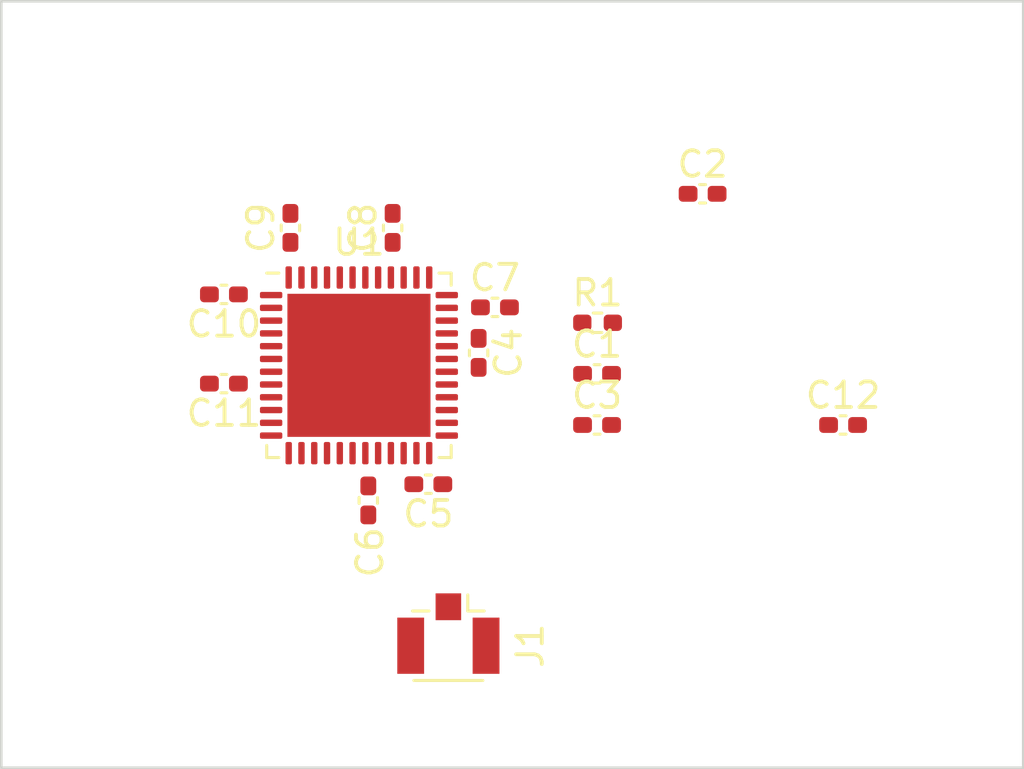
<source format=kicad_pcb>
(kicad_pcb (version 20171130) (host pcbnew "(5.1.12-1-10_14)")

  (general
    (thickness 1.6)
    (drawings 4)
    (tracks 0)
    (zones 0)
    (modules 15)
    (nets 42)
  )

  (page A4)
  (layers
    (0 F.Cu signal)
    (31 B.Cu signal)
    (32 B.Adhes user)
    (33 F.Adhes user)
    (34 B.Paste user)
    (35 F.Paste user)
    (36 B.SilkS user)
    (37 F.SilkS user)
    (38 B.Mask user)
    (39 F.Mask user)
    (40 Dwgs.User user)
    (41 Cmts.User user)
    (42 Eco1.User user)
    (43 Eco2.User user)
    (44 Edge.Cuts user)
    (45 Margin user)
    (46 B.CrtYd user)
    (47 F.CrtYd user)
    (48 B.Fab user)
    (49 F.Fab user hide)
  )

  (setup
    (last_trace_width 0.25)
    (trace_clearance 0.2)
    (zone_clearance 0.508)
    (zone_45_only no)
    (trace_min 0.2)
    (via_size 0.8)
    (via_drill 0.4)
    (via_min_size 0.4)
    (via_min_drill 0.3)
    (uvia_size 0.3)
    (uvia_drill 0.1)
    (uvias_allowed no)
    (uvia_min_size 0.2)
    (uvia_min_drill 0.1)
    (edge_width 0.05)
    (segment_width 0.2)
    (pcb_text_width 0.3)
    (pcb_text_size 1.5 1.5)
    (mod_edge_width 0.12)
    (mod_text_size 1 1)
    (mod_text_width 0.15)
    (pad_size 1.524 1.524)
    (pad_drill 0.762)
    (pad_to_mask_clearance 0)
    (aux_axis_origin 0 0)
    (visible_elements FFFFFF7F)
    (pcbplotparams
      (layerselection 0x010fc_ffffffff)
      (usegerberextensions false)
      (usegerberattributes true)
      (usegerberadvancedattributes true)
      (creategerberjobfile true)
      (excludeedgelayer true)
      (linewidth 0.100000)
      (plotframeref false)
      (viasonmask false)
      (mode 1)
      (useauxorigin false)
      (hpglpennumber 1)
      (hpglpenspeed 20)
      (hpglpendiameter 15.000000)
      (psnegative false)
      (psa4output false)
      (plotreference true)
      (plotvalue true)
      (plotinvisibletext false)
      (padsonsilk false)
      (subtractmaskfromsilk false)
      (outputformat 1)
      (mirror false)
      (drillshape 1)
      (scaleselection 1)
      (outputdirectory ""))
  )

  (net 0 "")
  (net 1 "Net-(C4-Pad2)")
  (net 2 GND)
  (net 3 VDD)
  (net 4 "Net-(U1-Pad47)")
  (net 5 "Net-(U1-Pad46)")
  (net 6 "Net-(U1-Pad45)")
  (net 7 "Net-(U1-Pad44)")
  (net 8 "Net-(U1-Pad43)")
  (net 9 "Net-(U1-Pad42)")
  (net 10 "Net-(U1-Pad41)")
  (net 11 "Net-(U1-Pad39)")
  (net 12 "Net-(U1-Pad38)")
  (net 13 "Net-(U1-Pad37)")
  (net 14 "Net-(U1-Pad36)")
  (net 15 "Net-(L1-Pad1)")
  (net 16 "Net-(U1-Pad30)")
  (net 17 "Net-(U1-Pad29)")
  (net 18 "Net-(U1-Pad28)")
  (net 19 "Net-(U1-Pad27)")
  (net 20 "Net-(U1-Pad26)")
  (net 21 "Net-(C1-Pad2)")
  (net 22 "Net-(C2-Pad2)")
  (net 23 "Net-(U1-Pad21)")
  (net 24 "Net-(U1-Pad19)")
  (net 25 "Net-(U1-Pad18)")
  (net 26 "Net-(U1-Pad17)")
  (net 27 "Net-(U1-Pad16)")
  (net 28 "Net-(U1-Pad15)")
  (net 29 "Net-(U1-Pad14)")
  (net 30 "Net-(U1-Pad13)")
  (net 31 "Net-(U1-Pad12)")
  (net 32 "Net-(U1-Pad11)")
  (net 33 "Net-(U1-Pad10)")
  (net 34 "Net-(U1-Pad9)")
  (net 35 "Net-(C3-Pad2)")
  (net 36 "Net-(U1-Pad6)")
  (net 37 "Net-(U1-Pad5)")
  (net 38 "Net-(U1-Pad4)")
  (net 39 "Net-(U1-Pad3)")
  (net 40 "Net-(U1-Pad2)")
  (net 41 "Net-(J1-Pad1)")

  (net_class Default "This is the default net class."
    (clearance 0.2)
    (trace_width 0.25)
    (via_dia 0.8)
    (via_drill 0.4)
    (uvia_dia 0.3)
    (uvia_drill 0.1)
    (add_net GND)
    (add_net "Net-(C1-Pad2)")
    (add_net "Net-(C2-Pad2)")
    (add_net "Net-(C3-Pad2)")
    (add_net "Net-(C4-Pad2)")
    (add_net "Net-(J1-Pad1)")
    (add_net "Net-(L1-Pad1)")
    (add_net "Net-(U1-Pad10)")
    (add_net "Net-(U1-Pad11)")
    (add_net "Net-(U1-Pad12)")
    (add_net "Net-(U1-Pad13)")
    (add_net "Net-(U1-Pad14)")
    (add_net "Net-(U1-Pad15)")
    (add_net "Net-(U1-Pad16)")
    (add_net "Net-(U1-Pad17)")
    (add_net "Net-(U1-Pad18)")
    (add_net "Net-(U1-Pad19)")
    (add_net "Net-(U1-Pad2)")
    (add_net "Net-(U1-Pad21)")
    (add_net "Net-(U1-Pad26)")
    (add_net "Net-(U1-Pad27)")
    (add_net "Net-(U1-Pad28)")
    (add_net "Net-(U1-Pad29)")
    (add_net "Net-(U1-Pad3)")
    (add_net "Net-(U1-Pad30)")
    (add_net "Net-(U1-Pad36)")
    (add_net "Net-(U1-Pad37)")
    (add_net "Net-(U1-Pad38)")
    (add_net "Net-(U1-Pad39)")
    (add_net "Net-(U1-Pad4)")
    (add_net "Net-(U1-Pad41)")
    (add_net "Net-(U1-Pad42)")
    (add_net "Net-(U1-Pad43)")
    (add_net "Net-(U1-Pad44)")
    (add_net "Net-(U1-Pad45)")
    (add_net "Net-(U1-Pad46)")
    (add_net "Net-(U1-Pad47)")
    (add_net "Net-(U1-Pad5)")
    (add_net "Net-(U1-Pad6)")
    (add_net "Net-(U1-Pad9)")
    (add_net VDD)
  )

  (module Connector_Coaxial:U.FL_Hirose_U.FL-R-SMT-1_Vertical (layer F.Cu) (tedit 5A1DBFC3) (tstamp 62412EEF)
    (at 137.5 114.75 270)
    (descr "Hirose U.FL Coaxial https://www.hirose.com/product/en/products/U.FL/U.FL-R-SMT-1%2810%29/")
    (tags "Hirose U.FL Coaxial")
    (path /622A9FE4)
    (attr smd)
    (fp_text reference J1 (at 0.475 -3.2 90) (layer F.SilkS)
      (effects (font (size 1 1) (thickness 0.15)))
    )
    (fp_text value Conn_Coaxial (at 0.475 3.2 90) (layer F.Fab)
      (effects (font (size 1 1) (thickness 0.15)))
    )
    (fp_line (start -1.32 -1) (end -2.02 -1) (layer F.CrtYd) (width 0.05))
    (fp_line (start -1.32 1.8) (end -1.32 1) (layer F.CrtYd) (width 0.05))
    (fp_line (start -1.32 -1.8) (end -1.12 -1.8) (layer F.CrtYd) (width 0.05))
    (fp_line (start -1.12 -1.8) (end -1.12 -2.5) (layer F.CrtYd) (width 0.05))
    (fp_line (start 2.08 -2.5) (end -1.12 -2.5) (layer F.CrtYd) (width 0.05))
    (fp_line (start -1.32 -1) (end -1.32 -1.8) (layer F.CrtYd) (width 0.05))
    (fp_line (start 2.08 -1.8) (end 2.08 -2.5) (layer F.CrtYd) (width 0.05))
    (fp_line (start 2.08 -1.8) (end 2.28 -1.8) (layer F.CrtYd) (width 0.05))
    (fp_line (start -0.885 -1.4) (end -0.885 -0.76) (layer F.SilkS) (width 0.12))
    (fp_line (start -0.425 1.5) (end -0.425 1.3) (layer F.Fab) (width 0.1))
    (fp_line (start -0.425 1.3) (end -0.825 1.3) (layer F.Fab) (width 0.1))
    (fp_line (start -0.825 0.3) (end -0.825 1.3) (layer F.Fab) (width 0.1))
    (fp_line (start -1.075 0.3) (end -0.825 0.3) (layer F.Fab) (width 0.1))
    (fp_line (start -1.075 0.3) (end -1.075 -0.15) (layer F.Fab) (width 0.1))
    (fp_line (start -0.925 -0.3) (end -0.825 -0.3) (layer F.Fab) (width 0.1))
    (fp_line (start -0.825 -0.3) (end -0.825 -1.3) (layer F.Fab) (width 0.1))
    (fp_line (start -0.425 -1.5) (end -0.425 -1.3) (layer F.Fab) (width 0.1))
    (fp_line (start -0.425 -1.3) (end -0.825 -1.3) (layer F.Fab) (width 0.1))
    (fp_line (start -0.425 1.5) (end 1.375 1.5) (layer F.Fab) (width 0.1))
    (fp_line (start 1.375 1.5) (end 1.375 1.3) (layer F.Fab) (width 0.1))
    (fp_line (start 1.775 1.3) (end 1.375 1.3) (layer F.Fab) (width 0.1))
    (fp_line (start 1.775 -1.3) (end 1.775 1.3) (layer F.Fab) (width 0.1))
    (fp_line (start -0.425 -1.5) (end 1.375 -1.5) (layer F.Fab) (width 0.1))
    (fp_line (start 1.375 -1.5) (end 1.375 -1.3) (layer F.Fab) (width 0.1))
    (fp_line (start 1.775 -1.3) (end 1.375 -1.3) (layer F.Fab) (width 0.1))
    (fp_line (start -0.925 -0.3) (end -1.075 -0.15) (layer F.Fab) (width 0.1))
    (fp_line (start -0.885 1.4) (end -0.885 0.76) (layer F.SilkS) (width 0.12))
    (fp_line (start -0.885 -0.76) (end -1.515 -0.76) (layer F.SilkS) (width 0.12))
    (fp_line (start 1.835 -1.35) (end 1.835 1.35) (layer F.SilkS) (width 0.12))
    (fp_line (start 2.08 2.5) (end -1.12 2.5) (layer F.CrtYd) (width 0.05))
    (fp_line (start -1.12 2.5) (end -1.12 1.8) (layer F.CrtYd) (width 0.05))
    (fp_line (start -1.32 1.8) (end -1.12 1.8) (layer F.CrtYd) (width 0.05))
    (fp_line (start 2.28 1.8) (end 2.28 -1.8) (layer F.CrtYd) (width 0.05))
    (fp_line (start 2.08 2.5) (end 2.08 1.8) (layer F.CrtYd) (width 0.05))
    (fp_line (start 2.08 1.8) (end 2.28 1.8) (layer F.CrtYd) (width 0.05))
    (fp_line (start -1.32 1) (end -2.02 1) (layer F.CrtYd) (width 0.05))
    (fp_line (start -2.02 1) (end -2.02 -1) (layer F.CrtYd) (width 0.05))
    (fp_text user %R (at 0.475 0) (layer F.Fab)
      (effects (font (size 0.6 0.6) (thickness 0.09)))
    )
    (pad 2 smd rect (at 0.475 -1.475 270) (size 2.2 1.05) (layers F.Cu F.Paste F.Mask)
      (net 2 GND))
    (pad 1 smd rect (at -1.05 0 270) (size 1.05 1) (layers F.Cu F.Paste F.Mask)
      (net 41 "Net-(J1-Pad1)"))
    (pad 2 smd rect (at 0.475 1.475 270) (size 2.2 1.05) (layers F.Cu F.Paste F.Mask)
      (net 2 GND))
    (model ${KISYS3DMOD}/Connector_Coaxial.3dshapes/U.FL_Hirose_U.FL-R-SMT-1_Vertical.wrl
      (offset (xyz 0.4749999928262157 0 0))
      (scale (xyz 1 1 1))
      (rotate (xyz 0 0 0))
    )
  )

  (module Package_DFN_QFN:QFN-48-1EP_7x7mm_P0.5mm_EP5.6x5.6mm (layer F.Cu) (tedit 5DC5F6A5) (tstamp 62491F04)
    (at 134 104.25)
    (descr "QFN, 48 Pin (http://www.st.com/resource/en/datasheet/stm32f042k6.pdf#page=94), generated with kicad-footprint-generator ipc_noLead_generator.py")
    (tags "QFN NoLead")
    (path /62491E6C)
    (attr smd)
    (fp_text reference U1 (at 0 -4.82) (layer F.SilkS)
      (effects (font (size 1 1) (thickness 0.15)))
    )
    (fp_text value STM32WB55CC (at 0 4.82) (layer F.Fab)
      (effects (font (size 1 1) (thickness 0.15)))
    )
    (fp_line (start 3.135 -3.61) (end 3.61 -3.61) (layer F.SilkS) (width 0.12))
    (fp_line (start 3.61 -3.61) (end 3.61 -3.135) (layer F.SilkS) (width 0.12))
    (fp_line (start -3.135 3.61) (end -3.61 3.61) (layer F.SilkS) (width 0.12))
    (fp_line (start -3.61 3.61) (end -3.61 3.135) (layer F.SilkS) (width 0.12))
    (fp_line (start 3.135 3.61) (end 3.61 3.61) (layer F.SilkS) (width 0.12))
    (fp_line (start 3.61 3.61) (end 3.61 3.135) (layer F.SilkS) (width 0.12))
    (fp_line (start -3.135 -3.61) (end -3.61 -3.61) (layer F.SilkS) (width 0.12))
    (fp_line (start -2.5 -3.5) (end 3.5 -3.5) (layer F.Fab) (width 0.1))
    (fp_line (start 3.5 -3.5) (end 3.5 3.5) (layer F.Fab) (width 0.1))
    (fp_line (start 3.5 3.5) (end -3.5 3.5) (layer F.Fab) (width 0.1))
    (fp_line (start -3.5 3.5) (end -3.5 -2.5) (layer F.Fab) (width 0.1))
    (fp_line (start -3.5 -2.5) (end -2.5 -3.5) (layer F.Fab) (width 0.1))
    (fp_line (start -4.12 -4.12) (end -4.12 4.12) (layer F.CrtYd) (width 0.05))
    (fp_line (start -4.12 4.12) (end 4.12 4.12) (layer F.CrtYd) (width 0.05))
    (fp_line (start 4.12 4.12) (end 4.12 -4.12) (layer F.CrtYd) (width 0.05))
    (fp_line (start 4.12 -4.12) (end -4.12 -4.12) (layer F.CrtYd) (width 0.05))
    (fp_text user %R (at 0 0) (layer F.Fab)
      (effects (font (size 1 1) (thickness 0.15)))
    )
    (pad "" smd roundrect (at 2.1 2.1) (size 1.13 1.13) (layers F.Paste) (roundrect_rratio 0.221239))
    (pad "" smd roundrect (at 2.1 0.7) (size 1.13 1.13) (layers F.Paste) (roundrect_rratio 0.221239))
    (pad "" smd roundrect (at 2.1 -0.7) (size 1.13 1.13) (layers F.Paste) (roundrect_rratio 0.221239))
    (pad "" smd roundrect (at 2.1 -2.1) (size 1.13 1.13) (layers F.Paste) (roundrect_rratio 0.221239))
    (pad "" smd roundrect (at 0.7 2.1) (size 1.13 1.13) (layers F.Paste) (roundrect_rratio 0.221239))
    (pad "" smd roundrect (at 0.7 0.7) (size 1.13 1.13) (layers F.Paste) (roundrect_rratio 0.221239))
    (pad "" smd roundrect (at 0.7 -0.7) (size 1.13 1.13) (layers F.Paste) (roundrect_rratio 0.221239))
    (pad "" smd roundrect (at 0.7 -2.1) (size 1.13 1.13) (layers F.Paste) (roundrect_rratio 0.221239))
    (pad "" smd roundrect (at -0.7 2.1) (size 1.13 1.13) (layers F.Paste) (roundrect_rratio 0.221239))
    (pad "" smd roundrect (at -0.7 0.7) (size 1.13 1.13) (layers F.Paste) (roundrect_rratio 0.221239))
    (pad "" smd roundrect (at -0.7 -0.7) (size 1.13 1.13) (layers F.Paste) (roundrect_rratio 0.221239))
    (pad "" smd roundrect (at -0.7 -2.1) (size 1.13 1.13) (layers F.Paste) (roundrect_rratio 0.221239))
    (pad "" smd roundrect (at -2.1 2.1) (size 1.13 1.13) (layers F.Paste) (roundrect_rratio 0.221239))
    (pad "" smd roundrect (at -2.1 0.7) (size 1.13 1.13) (layers F.Paste) (roundrect_rratio 0.221239))
    (pad "" smd roundrect (at -2.1 -0.7) (size 1.13 1.13) (layers F.Paste) (roundrect_rratio 0.221239))
    (pad "" smd roundrect (at -2.1 -2.1) (size 1.13 1.13) (layers F.Paste) (roundrect_rratio 0.221239))
    (pad 49 smd rect (at 0 0) (size 5.6 5.6) (layers F.Cu F.Mask)
      (net 2 GND))
    (pad 48 smd roundrect (at -2.75 -3.4375) (size 0.25 0.875) (layers F.Cu F.Paste F.Mask) (roundrect_rratio 0.25)
      (net 3 VDD))
    (pad 47 smd roundrect (at -2.25 -3.4375) (size 0.25 0.875) (layers F.Cu F.Paste F.Mask) (roundrect_rratio 0.25)
      (net 4 "Net-(U1-Pad47)"))
    (pad 46 smd roundrect (at -1.75 -3.4375) (size 0.25 0.875) (layers F.Cu F.Paste F.Mask) (roundrect_rratio 0.25)
      (net 5 "Net-(U1-Pad46)"))
    (pad 45 smd roundrect (at -1.25 -3.4375) (size 0.25 0.875) (layers F.Cu F.Paste F.Mask) (roundrect_rratio 0.25)
      (net 6 "Net-(U1-Pad45)"))
    (pad 44 smd roundrect (at -0.75 -3.4375) (size 0.25 0.875) (layers F.Cu F.Paste F.Mask) (roundrect_rratio 0.25)
      (net 7 "Net-(U1-Pad44)"))
    (pad 43 smd roundrect (at -0.25 -3.4375) (size 0.25 0.875) (layers F.Cu F.Paste F.Mask) (roundrect_rratio 0.25)
      (net 8 "Net-(U1-Pad43)"))
    (pad 42 smd roundrect (at 0.25 -3.4375) (size 0.25 0.875) (layers F.Cu F.Paste F.Mask) (roundrect_rratio 0.25)
      (net 9 "Net-(U1-Pad42)"))
    (pad 41 smd roundrect (at 0.75 -3.4375) (size 0.25 0.875) (layers F.Cu F.Paste F.Mask) (roundrect_rratio 0.25)
      (net 10 "Net-(U1-Pad41)"))
    (pad 40 smd roundrect (at 1.25 -3.4375) (size 0.25 0.875) (layers F.Cu F.Paste F.Mask) (roundrect_rratio 0.25)
      (net 3 VDD))
    (pad 39 smd roundrect (at 1.75 -3.4375) (size 0.25 0.875) (layers F.Cu F.Paste F.Mask) (roundrect_rratio 0.25)
      (net 11 "Net-(U1-Pad39)"))
    (pad 38 smd roundrect (at 2.25 -3.4375) (size 0.25 0.875) (layers F.Cu F.Paste F.Mask) (roundrect_rratio 0.25)
      (net 12 "Net-(U1-Pad38)"))
    (pad 37 smd roundrect (at 2.75 -3.4375) (size 0.25 0.875) (layers F.Cu F.Paste F.Mask) (roundrect_rratio 0.25)
      (net 13 "Net-(U1-Pad37)"))
    (pad 36 smd roundrect (at 3.4375 -2.75) (size 0.875 0.25) (layers F.Cu F.Paste F.Mask) (roundrect_rratio 0.25)
      (net 14 "Net-(U1-Pad36)"))
    (pad 35 smd roundrect (at 3.4375 -2.25) (size 0.875 0.25) (layers F.Cu F.Paste F.Mask) (roundrect_rratio 0.25)
      (net 3 VDD))
    (pad 34 smd roundrect (at 3.4375 -1.75) (size 0.875 0.25) (layers F.Cu F.Paste F.Mask) (roundrect_rratio 0.25)
      (net 3 VDD))
    (pad 33 smd roundrect (at 3.4375 -1.25) (size 0.875 0.25) (layers F.Cu F.Paste F.Mask) (roundrect_rratio 0.25)
      (net 15 "Net-(L1-Pad1)"))
    (pad 32 smd roundrect (at 3.4375 -0.75) (size 0.875 0.25) (layers F.Cu F.Paste F.Mask) (roundrect_rratio 0.25)
      (net 2 GND))
    (pad 31 smd roundrect (at 3.4375 -0.25) (size 0.875 0.25) (layers F.Cu F.Paste F.Mask) (roundrect_rratio 0.25)
      (net 1 "Net-(C4-Pad2)"))
    (pad 30 smd roundrect (at 3.4375 0.25) (size 0.875 0.25) (layers F.Cu F.Paste F.Mask) (roundrect_rratio 0.25)
      (net 16 "Net-(U1-Pad30)"))
    (pad 29 smd roundrect (at 3.4375 0.75) (size 0.875 0.25) (layers F.Cu F.Paste F.Mask) (roundrect_rratio 0.25)
      (net 17 "Net-(U1-Pad29)"))
    (pad 28 smd roundrect (at 3.4375 1.25) (size 0.875 0.25) (layers F.Cu F.Paste F.Mask) (roundrect_rratio 0.25)
      (net 18 "Net-(U1-Pad28)"))
    (pad 27 smd roundrect (at 3.4375 1.75) (size 0.875 0.25) (layers F.Cu F.Paste F.Mask) (roundrect_rratio 0.25)
      (net 19 "Net-(U1-Pad27)"))
    (pad 26 smd roundrect (at 3.4375 2.25) (size 0.875 0.25) (layers F.Cu F.Paste F.Mask) (roundrect_rratio 0.25)
      (net 20 "Net-(U1-Pad26)"))
    (pad 25 smd roundrect (at 3.4375 2.75) (size 0.875 0.25) (layers F.Cu F.Paste F.Mask) (roundrect_rratio 0.25)
      (net 21 "Net-(C1-Pad2)"))
    (pad 24 smd roundrect (at 2.75 3.4375) (size 0.25 0.875) (layers F.Cu F.Paste F.Mask) (roundrect_rratio 0.25)
      (net 22 "Net-(C2-Pad2)"))
    (pad 23 smd roundrect (at 2.25 3.4375) (size 0.25 0.875) (layers F.Cu F.Paste F.Mask) (roundrect_rratio 0.25)
      (net 3 VDD))
    (pad 22 smd roundrect (at 1.75 3.4375) (size 0.25 0.875) (layers F.Cu F.Paste F.Mask) (roundrect_rratio 0.25)
      (net 2 GND))
    (pad 21 smd roundrect (at 1.25 3.4375) (size 0.25 0.875) (layers F.Cu F.Paste F.Mask) (roundrect_rratio 0.25)
      (net 23 "Net-(U1-Pad21)"))
    (pad 20 smd roundrect (at 0.75 3.4375) (size 0.25 0.875) (layers F.Cu F.Paste F.Mask) (roundrect_rratio 0.25)
      (net 3 VDD))
    (pad 19 smd roundrect (at 0.25 3.4375) (size 0.25 0.875) (layers F.Cu F.Paste F.Mask) (roundrect_rratio 0.25)
      (net 24 "Net-(U1-Pad19)"))
    (pad 18 smd roundrect (at -0.25 3.4375) (size 0.25 0.875) (layers F.Cu F.Paste F.Mask) (roundrect_rratio 0.25)
      (net 25 "Net-(U1-Pad18)"))
    (pad 17 smd roundrect (at -0.75 3.4375) (size 0.25 0.875) (layers F.Cu F.Paste F.Mask) (roundrect_rratio 0.25)
      (net 26 "Net-(U1-Pad17)"))
    (pad 16 smd roundrect (at -1.25 3.4375) (size 0.25 0.875) (layers F.Cu F.Paste F.Mask) (roundrect_rratio 0.25)
      (net 27 "Net-(U1-Pad16)"))
    (pad 15 smd roundrect (at -1.75 3.4375) (size 0.25 0.875) (layers F.Cu F.Paste F.Mask) (roundrect_rratio 0.25)
      (net 28 "Net-(U1-Pad15)"))
    (pad 14 smd roundrect (at -2.25 3.4375) (size 0.25 0.875) (layers F.Cu F.Paste F.Mask) (roundrect_rratio 0.25)
      (net 29 "Net-(U1-Pad14)"))
    (pad 13 smd roundrect (at -2.75 3.4375) (size 0.25 0.875) (layers F.Cu F.Paste F.Mask) (roundrect_rratio 0.25)
      (net 30 "Net-(U1-Pad13)"))
    (pad 12 smd roundrect (at -3.4375 2.75) (size 0.875 0.25) (layers F.Cu F.Paste F.Mask) (roundrect_rratio 0.25)
      (net 31 "Net-(U1-Pad12)"))
    (pad 11 smd roundrect (at -3.4375 2.25) (size 0.875 0.25) (layers F.Cu F.Paste F.Mask) (roundrect_rratio 0.25)
      (net 32 "Net-(U1-Pad11)"))
    (pad 10 smd roundrect (at -3.4375 1.75) (size 0.875 0.25) (layers F.Cu F.Paste F.Mask) (roundrect_rratio 0.25)
      (net 33 "Net-(U1-Pad10)"))
    (pad 9 smd roundrect (at -3.4375 1.25) (size 0.875 0.25) (layers F.Cu F.Paste F.Mask) (roundrect_rratio 0.25)
      (net 34 "Net-(U1-Pad9)"))
    (pad 8 smd roundrect (at -3.4375 0.75) (size 0.875 0.25) (layers F.Cu F.Paste F.Mask) (roundrect_rratio 0.25)
      (net 3 VDD))
    (pad 7 smd roundrect (at -3.4375 0.25) (size 0.875 0.25) (layers F.Cu F.Paste F.Mask) (roundrect_rratio 0.25)
      (net 35 "Net-(C3-Pad2)"))
    (pad 6 smd roundrect (at -3.4375 -0.25) (size 0.875 0.25) (layers F.Cu F.Paste F.Mask) (roundrect_rratio 0.25)
      (net 36 "Net-(U1-Pad6)"))
    (pad 5 smd roundrect (at -3.4375 -0.75) (size 0.875 0.25) (layers F.Cu F.Paste F.Mask) (roundrect_rratio 0.25)
      (net 37 "Net-(U1-Pad5)"))
    (pad 4 smd roundrect (at -3.4375 -1.25) (size 0.875 0.25) (layers F.Cu F.Paste F.Mask) (roundrect_rratio 0.25)
      (net 38 "Net-(U1-Pad4)"))
    (pad 3 smd roundrect (at -3.4375 -1.75) (size 0.875 0.25) (layers F.Cu F.Paste F.Mask) (roundrect_rratio 0.25)
      (net 39 "Net-(U1-Pad3)"))
    (pad 2 smd roundrect (at -3.4375 -2.25) (size 0.875 0.25) (layers F.Cu F.Paste F.Mask) (roundrect_rratio 0.25)
      (net 40 "Net-(U1-Pad2)"))
    (pad 1 smd roundrect (at -3.4375 -2.75) (size 0.875 0.25) (layers F.Cu F.Paste F.Mask) (roundrect_rratio 0.25)
      (net 3 VDD))
    (model ${KISYS3DMOD}/Package_DFN_QFN.3dshapes/QFN-48-1EP_7x7mm_P0.5mm_EP5.6x5.6mm.wrl
      (at (xyz 0 0 0))
      (scale (xyz 1 1 1))
      (rotate (xyz 0 0 0))
    )
  )

  (module Resistor_SMD:R_0402_1005Metric_Pad0.72x0.64mm_HandSolder (layer F.Cu) (tedit 5F6BB9E0) (tstamp 624110CF)
    (at 143.3395 102.5845)
    (descr "Resistor SMD 0402 (1005 Metric), square (rectangular) end terminal, IPC_7351 nominal with elongated pad for handsoldering. (Body size source: IPC-SM-782 page 72, https://www.pcb-3d.com/wordpress/wp-content/uploads/ipc-sm-782a_amendment_1_and_2.pdf), generated with kicad-footprint-generator")
    (tags "resistor handsolder")
    (path /622E9FBF)
    (attr smd)
    (fp_text reference R1 (at 0 -1.17) (layer F.SilkS)
      (effects (font (size 1 1) (thickness 0.15)))
    )
    (fp_text value 100k (at 0 1.17) (layer F.Fab)
      (effects (font (size 1 1) (thickness 0.15)))
    )
    (fp_line (start 1.1 0.47) (end -1.1 0.47) (layer F.CrtYd) (width 0.05))
    (fp_line (start 1.1 -0.47) (end 1.1 0.47) (layer F.CrtYd) (width 0.05))
    (fp_line (start -1.1 -0.47) (end 1.1 -0.47) (layer F.CrtYd) (width 0.05))
    (fp_line (start -1.1 0.47) (end -1.1 -0.47) (layer F.CrtYd) (width 0.05))
    (fp_line (start -0.167621 0.38) (end 0.167621 0.38) (layer F.SilkS) (width 0.12))
    (fp_line (start -0.167621 -0.38) (end 0.167621 -0.38) (layer F.SilkS) (width 0.12))
    (fp_line (start 0.525 0.27) (end -0.525 0.27) (layer F.Fab) (width 0.1))
    (fp_line (start 0.525 -0.27) (end 0.525 0.27) (layer F.Fab) (width 0.1))
    (fp_line (start -0.525 -0.27) (end 0.525 -0.27) (layer F.Fab) (width 0.1))
    (fp_line (start -0.525 0.27) (end -0.525 -0.27) (layer F.Fab) (width 0.1))
    (fp_text user %R (at 0 0) (layer F.Fab)
      (effects (font (size 0.26 0.26) (thickness 0.04)))
    )
    (pad 2 smd roundrect (at 0.5975 0) (size 0.715 0.64) (layers F.Cu F.Paste F.Mask) (roundrect_rratio 0.25)
      (net 35 "Net-(C3-Pad2)"))
    (pad 1 smd roundrect (at -0.5975 0) (size 0.715 0.64) (layers F.Cu F.Paste F.Mask) (roundrect_rratio 0.25)
      (net 3 VDD))
    (model ${KISYS3DMOD}/Resistor_SMD.3dshapes/R_0402_1005Metric.wrl
      (at (xyz 0 0 0))
      (scale (xyz 1 1 1))
      (rotate (xyz 0 0 0))
    )
  )

  (module Capacitor_SMD:C_0402_1005Metric_Pad0.74x0.62mm_HandSolder (layer F.Cu) (tedit 5F6BB22C) (tstamp 624110BE)
    (at 152.9495 106.5845)
    (descr "Capacitor SMD 0402 (1005 Metric), square (rectangular) end terminal, IPC_7351 nominal with elongated pad for handsoldering. (Body size source: IPC-SM-782 page 76, https://www.pcb-3d.com/wordpress/wp-content/uploads/ipc-sm-782a_amendment_1_and_2.pdf), generated with kicad-footprint-generator")
    (tags "capacitor handsolder")
    (path /622B3104)
    (attr smd)
    (fp_text reference C12 (at 0 -1.16) (layer F.SilkS)
      (effects (font (size 1 1) (thickness 0.15)))
    )
    (fp_text value 100n (at 0 1.16) (layer F.Fab)
      (effects (font (size 1 1) (thickness 0.15)))
    )
    (fp_line (start 1.08 0.46) (end -1.08 0.46) (layer F.CrtYd) (width 0.05))
    (fp_line (start 1.08 -0.46) (end 1.08 0.46) (layer F.CrtYd) (width 0.05))
    (fp_line (start -1.08 -0.46) (end 1.08 -0.46) (layer F.CrtYd) (width 0.05))
    (fp_line (start -1.08 0.46) (end -1.08 -0.46) (layer F.CrtYd) (width 0.05))
    (fp_line (start -0.115835 0.36) (end 0.115835 0.36) (layer F.SilkS) (width 0.12))
    (fp_line (start -0.115835 -0.36) (end 0.115835 -0.36) (layer F.SilkS) (width 0.12))
    (fp_line (start 0.5 0.25) (end -0.5 0.25) (layer F.Fab) (width 0.1))
    (fp_line (start 0.5 -0.25) (end 0.5 0.25) (layer F.Fab) (width 0.1))
    (fp_line (start -0.5 -0.25) (end 0.5 -0.25) (layer F.Fab) (width 0.1))
    (fp_line (start -0.5 0.25) (end -0.5 -0.25) (layer F.Fab) (width 0.1))
    (fp_text user %R (at 0 0) (layer F.Fab)
      (effects (font (size 0.25 0.25) (thickness 0.04)))
    )
    (pad 2 smd roundrect (at 0.5675 0) (size 0.735 0.62) (layers F.Cu F.Paste F.Mask) (roundrect_rratio 0.25)
      (net 2 GND))
    (pad 1 smd roundrect (at -0.5675 0) (size 0.735 0.62) (layers F.Cu F.Paste F.Mask) (roundrect_rratio 0.25)
      (net 3 VDD))
    (model ${KISYS3DMOD}/Capacitor_SMD.3dshapes/C_0402_1005Metric.wrl
      (at (xyz 0 0 0))
      (scale (xyz 1 1 1))
      (rotate (xyz 0 0 0))
    )
  )

  (module Capacitor_SMD:C_0402_1005Metric_Pad0.74x0.62mm_HandSolder (layer F.Cu) (tedit 5F6BB22C) (tstamp 624110AD)
    (at 128.7145 104.9655 180)
    (descr "Capacitor SMD 0402 (1005 Metric), square (rectangular) end terminal, IPC_7351 nominal with elongated pad for handsoldering. (Body size source: IPC-SM-782 page 76, https://www.pcb-3d.com/wordpress/wp-content/uploads/ipc-sm-782a_amendment_1_and_2.pdf), generated with kicad-footprint-generator")
    (tags "capacitor handsolder")
    (path /622B16A9)
    (attr smd)
    (fp_text reference C11 (at 0 -1.16) (layer F.SilkS)
      (effects (font (size 1 1) (thickness 0.15)))
    )
    (fp_text value 100n (at 0 1.16) (layer F.Fab)
      (effects (font (size 1 1) (thickness 0.15)))
    )
    (fp_line (start 1.08 0.46) (end -1.08 0.46) (layer F.CrtYd) (width 0.05))
    (fp_line (start 1.08 -0.46) (end 1.08 0.46) (layer F.CrtYd) (width 0.05))
    (fp_line (start -1.08 -0.46) (end 1.08 -0.46) (layer F.CrtYd) (width 0.05))
    (fp_line (start -1.08 0.46) (end -1.08 -0.46) (layer F.CrtYd) (width 0.05))
    (fp_line (start -0.115835 0.36) (end 0.115835 0.36) (layer F.SilkS) (width 0.12))
    (fp_line (start -0.115835 -0.36) (end 0.115835 -0.36) (layer F.SilkS) (width 0.12))
    (fp_line (start 0.5 0.25) (end -0.5 0.25) (layer F.Fab) (width 0.1))
    (fp_line (start 0.5 -0.25) (end 0.5 0.25) (layer F.Fab) (width 0.1))
    (fp_line (start -0.5 -0.25) (end 0.5 -0.25) (layer F.Fab) (width 0.1))
    (fp_line (start -0.5 0.25) (end -0.5 -0.25) (layer F.Fab) (width 0.1))
    (fp_text user %R (at 0 0) (layer F.Fab)
      (effects (font (size 0.25 0.25) (thickness 0.04)))
    )
    (pad 2 smd roundrect (at 0.5675 0 180) (size 0.735 0.62) (layers F.Cu F.Paste F.Mask) (roundrect_rratio 0.25)
      (net 2 GND))
    (pad 1 smd roundrect (at -0.5675 0 180) (size 0.735 0.62) (layers F.Cu F.Paste F.Mask) (roundrect_rratio 0.25)
      (net 3 VDD))
    (model ${KISYS3DMOD}/Capacitor_SMD.3dshapes/C_0402_1005Metric.wrl
      (at (xyz 0 0 0))
      (scale (xyz 1 1 1))
      (rotate (xyz 0 0 0))
    )
  )

  (module Capacitor_SMD:C_0402_1005Metric_Pad0.74x0.62mm_HandSolder (layer F.Cu) (tedit 5F6BB22C) (tstamp 6241109C)
    (at 128.7145 101.473 180)
    (descr "Capacitor SMD 0402 (1005 Metric), square (rectangular) end terminal, IPC_7351 nominal with elongated pad for handsoldering. (Body size source: IPC-SM-782 page 76, https://www.pcb-3d.com/wordpress/wp-content/uploads/ipc-sm-782a_amendment_1_and_2.pdf), generated with kicad-footprint-generator")
    (tags "capacitor handsolder")
    (path /622B14EC)
    (attr smd)
    (fp_text reference C10 (at 0 -1.16) (layer F.SilkS)
      (effects (font (size 1 1) (thickness 0.15)))
    )
    (fp_text value 100n (at 0 1.16) (layer F.Fab)
      (effects (font (size 1 1) (thickness 0.15)))
    )
    (fp_line (start 1.08 0.46) (end -1.08 0.46) (layer F.CrtYd) (width 0.05))
    (fp_line (start 1.08 -0.46) (end 1.08 0.46) (layer F.CrtYd) (width 0.05))
    (fp_line (start -1.08 -0.46) (end 1.08 -0.46) (layer F.CrtYd) (width 0.05))
    (fp_line (start -1.08 0.46) (end -1.08 -0.46) (layer F.CrtYd) (width 0.05))
    (fp_line (start -0.115835 0.36) (end 0.115835 0.36) (layer F.SilkS) (width 0.12))
    (fp_line (start -0.115835 -0.36) (end 0.115835 -0.36) (layer F.SilkS) (width 0.12))
    (fp_line (start 0.5 0.25) (end -0.5 0.25) (layer F.Fab) (width 0.1))
    (fp_line (start 0.5 -0.25) (end 0.5 0.25) (layer F.Fab) (width 0.1))
    (fp_line (start -0.5 -0.25) (end 0.5 -0.25) (layer F.Fab) (width 0.1))
    (fp_line (start -0.5 0.25) (end -0.5 -0.25) (layer F.Fab) (width 0.1))
    (fp_text user %R (at 0 0) (layer F.Fab)
      (effects (font (size 0.25 0.25) (thickness 0.04)))
    )
    (pad 2 smd roundrect (at 0.5675 0 180) (size 0.735 0.62) (layers F.Cu F.Paste F.Mask) (roundrect_rratio 0.25)
      (net 2 GND))
    (pad 1 smd roundrect (at -0.5675 0 180) (size 0.735 0.62) (layers F.Cu F.Paste F.Mask) (roundrect_rratio 0.25)
      (net 3 VDD))
    (model ${KISYS3DMOD}/Capacitor_SMD.3dshapes/C_0402_1005Metric.wrl
      (at (xyz 0 0 0))
      (scale (xyz 1 1 1))
      (rotate (xyz 0 0 0))
    )
  )

  (module Capacitor_SMD:C_0402_1005Metric_Pad0.74x0.62mm_HandSolder (layer F.Cu) (tedit 5F6BB22C) (tstamp 6241108B)
    (at 131.318 98.8695 90)
    (descr "Capacitor SMD 0402 (1005 Metric), square (rectangular) end terminal, IPC_7351 nominal with elongated pad for handsoldering. (Body size source: IPC-SM-782 page 76, https://www.pcb-3d.com/wordpress/wp-content/uploads/ipc-sm-782a_amendment_1_and_2.pdf), generated with kicad-footprint-generator")
    (tags "capacitor handsolder")
    (path /622B0F80)
    (attr smd)
    (fp_text reference C9 (at 0 -1.16 90) (layer F.SilkS)
      (effects (font (size 1 1) (thickness 0.15)))
    )
    (fp_text value 100n (at 0 1.16 90) (layer F.Fab)
      (effects (font (size 1 1) (thickness 0.15)))
    )
    (fp_line (start 1.08 0.46) (end -1.08 0.46) (layer F.CrtYd) (width 0.05))
    (fp_line (start 1.08 -0.46) (end 1.08 0.46) (layer F.CrtYd) (width 0.05))
    (fp_line (start -1.08 -0.46) (end 1.08 -0.46) (layer F.CrtYd) (width 0.05))
    (fp_line (start -1.08 0.46) (end -1.08 -0.46) (layer F.CrtYd) (width 0.05))
    (fp_line (start -0.115835 0.36) (end 0.115835 0.36) (layer F.SilkS) (width 0.12))
    (fp_line (start -0.115835 -0.36) (end 0.115835 -0.36) (layer F.SilkS) (width 0.12))
    (fp_line (start 0.5 0.25) (end -0.5 0.25) (layer F.Fab) (width 0.1))
    (fp_line (start 0.5 -0.25) (end 0.5 0.25) (layer F.Fab) (width 0.1))
    (fp_line (start -0.5 -0.25) (end 0.5 -0.25) (layer F.Fab) (width 0.1))
    (fp_line (start -0.5 0.25) (end -0.5 -0.25) (layer F.Fab) (width 0.1))
    (fp_text user %R (at 0 0 90) (layer F.Fab)
      (effects (font (size 0.25 0.25) (thickness 0.04)))
    )
    (pad 2 smd roundrect (at 0.5675 0 90) (size 0.735 0.62) (layers F.Cu F.Paste F.Mask) (roundrect_rratio 0.25)
      (net 2 GND))
    (pad 1 smd roundrect (at -0.5675 0 90) (size 0.735 0.62) (layers F.Cu F.Paste F.Mask) (roundrect_rratio 0.25)
      (net 3 VDD))
    (model ${KISYS3DMOD}/Capacitor_SMD.3dshapes/C_0402_1005Metric.wrl
      (at (xyz 0 0 0))
      (scale (xyz 1 1 1))
      (rotate (xyz 0 0 0))
    )
  )

  (module Capacitor_SMD:C_0402_1005Metric_Pad0.74x0.62mm_HandSolder (layer F.Cu) (tedit 5F6BB22C) (tstamp 6241107A)
    (at 135.3185 98.8695 90)
    (descr "Capacitor SMD 0402 (1005 Metric), square (rectangular) end terminal, IPC_7351 nominal with elongated pad for handsoldering. (Body size source: IPC-SM-782 page 76, https://www.pcb-3d.com/wordpress/wp-content/uploads/ipc-sm-782a_amendment_1_and_2.pdf), generated with kicad-footprint-generator")
    (tags "capacitor handsolder")
    (path /622B0CBA)
    (attr smd)
    (fp_text reference C8 (at 0 -1.16 90) (layer F.SilkS)
      (effects (font (size 1 1) (thickness 0.15)))
    )
    (fp_text value 100n (at 0 1.16 90) (layer F.Fab)
      (effects (font (size 1 1) (thickness 0.15)))
    )
    (fp_line (start 1.08 0.46) (end -1.08 0.46) (layer F.CrtYd) (width 0.05))
    (fp_line (start 1.08 -0.46) (end 1.08 0.46) (layer F.CrtYd) (width 0.05))
    (fp_line (start -1.08 -0.46) (end 1.08 -0.46) (layer F.CrtYd) (width 0.05))
    (fp_line (start -1.08 0.46) (end -1.08 -0.46) (layer F.CrtYd) (width 0.05))
    (fp_line (start -0.115835 0.36) (end 0.115835 0.36) (layer F.SilkS) (width 0.12))
    (fp_line (start -0.115835 -0.36) (end 0.115835 -0.36) (layer F.SilkS) (width 0.12))
    (fp_line (start 0.5 0.25) (end -0.5 0.25) (layer F.Fab) (width 0.1))
    (fp_line (start 0.5 -0.25) (end 0.5 0.25) (layer F.Fab) (width 0.1))
    (fp_line (start -0.5 -0.25) (end 0.5 -0.25) (layer F.Fab) (width 0.1))
    (fp_line (start -0.5 0.25) (end -0.5 -0.25) (layer F.Fab) (width 0.1))
    (fp_text user %R (at 0 0 90) (layer F.Fab)
      (effects (font (size 0.25 0.25) (thickness 0.04)))
    )
    (pad 2 smd roundrect (at 0.5675 0 90) (size 0.735 0.62) (layers F.Cu F.Paste F.Mask) (roundrect_rratio 0.25)
      (net 2 GND))
    (pad 1 smd roundrect (at -0.5675 0 90) (size 0.735 0.62) (layers F.Cu F.Paste F.Mask) (roundrect_rratio 0.25)
      (net 3 VDD))
    (model ${KISYS3DMOD}/Capacitor_SMD.3dshapes/C_0402_1005Metric.wrl
      (at (xyz 0 0 0))
      (scale (xyz 1 1 1))
      (rotate (xyz 0 0 0))
    )
  )

  (module Capacitor_SMD:C_0402_1005Metric_Pad0.74x0.62mm_HandSolder (layer F.Cu) (tedit 5F6BB22C) (tstamp 62411069)
    (at 139.323 101.981)
    (descr "Capacitor SMD 0402 (1005 Metric), square (rectangular) end terminal, IPC_7351 nominal with elongated pad for handsoldering. (Body size source: IPC-SM-782 page 76, https://www.pcb-3d.com/wordpress/wp-content/uploads/ipc-sm-782a_amendment_1_and_2.pdf), generated with kicad-footprint-generator")
    (tags "capacitor handsolder")
    (path /622B0848)
    (attr smd)
    (fp_text reference C7 (at 0 -1.16) (layer F.SilkS)
      (effects (font (size 1 1) (thickness 0.15)))
    )
    (fp_text value 100n (at 0 1.16) (layer F.Fab)
      (effects (font (size 1 1) (thickness 0.15)))
    )
    (fp_line (start 1.08 0.46) (end -1.08 0.46) (layer F.CrtYd) (width 0.05))
    (fp_line (start 1.08 -0.46) (end 1.08 0.46) (layer F.CrtYd) (width 0.05))
    (fp_line (start -1.08 -0.46) (end 1.08 -0.46) (layer F.CrtYd) (width 0.05))
    (fp_line (start -1.08 0.46) (end -1.08 -0.46) (layer F.CrtYd) (width 0.05))
    (fp_line (start -0.115835 0.36) (end 0.115835 0.36) (layer F.SilkS) (width 0.12))
    (fp_line (start -0.115835 -0.36) (end 0.115835 -0.36) (layer F.SilkS) (width 0.12))
    (fp_line (start 0.5 0.25) (end -0.5 0.25) (layer F.Fab) (width 0.1))
    (fp_line (start 0.5 -0.25) (end 0.5 0.25) (layer F.Fab) (width 0.1))
    (fp_line (start -0.5 -0.25) (end 0.5 -0.25) (layer F.Fab) (width 0.1))
    (fp_line (start -0.5 0.25) (end -0.5 -0.25) (layer F.Fab) (width 0.1))
    (fp_text user %R (at 0 0) (layer F.Fab)
      (effects (font (size 0.25 0.25) (thickness 0.04)))
    )
    (pad 2 smd roundrect (at 0.5675 0) (size 0.735 0.62) (layers F.Cu F.Paste F.Mask) (roundrect_rratio 0.25)
      (net 2 GND))
    (pad 1 smd roundrect (at -0.5675 0) (size 0.735 0.62) (layers F.Cu F.Paste F.Mask) (roundrect_rratio 0.25)
      (net 3 VDD))
    (model ${KISYS3DMOD}/Capacitor_SMD.3dshapes/C_0402_1005Metric.wrl
      (at (xyz 0 0 0))
      (scale (xyz 1 1 1))
      (rotate (xyz 0 0 0))
    )
  )

  (module Capacitor_SMD:C_0402_1005Metric_Pad0.74x0.62mm_HandSolder (layer F.Cu) (tedit 5F6BB22C) (tstamp 62411058)
    (at 134.366 109.5375 270)
    (descr "Capacitor SMD 0402 (1005 Metric), square (rectangular) end terminal, IPC_7351 nominal with elongated pad for handsoldering. (Body size source: IPC-SM-782 page 76, https://www.pcb-3d.com/wordpress/wp-content/uploads/ipc-sm-782a_amendment_1_and_2.pdf), generated with kicad-footprint-generator")
    (tags "capacitor handsolder")
    (path /622B03CE)
    (attr smd)
    (fp_text reference C6 (at 2.032 -0.0635 90) (layer F.SilkS)
      (effects (font (size 1 1) (thickness 0.15)))
    )
    (fp_text value 100n (at 0 1.16 90) (layer F.Fab)
      (effects (font (size 1 1) (thickness 0.15)))
    )
    (fp_line (start 1.08 0.46) (end -1.08 0.46) (layer F.CrtYd) (width 0.05))
    (fp_line (start 1.08 -0.46) (end 1.08 0.46) (layer F.CrtYd) (width 0.05))
    (fp_line (start -1.08 -0.46) (end 1.08 -0.46) (layer F.CrtYd) (width 0.05))
    (fp_line (start -1.08 0.46) (end -1.08 -0.46) (layer F.CrtYd) (width 0.05))
    (fp_line (start -0.115835 0.36) (end 0.115835 0.36) (layer F.SilkS) (width 0.12))
    (fp_line (start -0.115835 -0.36) (end 0.115835 -0.36) (layer F.SilkS) (width 0.12))
    (fp_line (start 0.5 0.25) (end -0.5 0.25) (layer F.Fab) (width 0.1))
    (fp_line (start 0.5 -0.25) (end 0.5 0.25) (layer F.Fab) (width 0.1))
    (fp_line (start -0.5 -0.25) (end 0.5 -0.25) (layer F.Fab) (width 0.1))
    (fp_line (start -0.5 0.25) (end -0.5 -0.25) (layer F.Fab) (width 0.1))
    (fp_text user %R (at 0 0 90) (layer F.Fab)
      (effects (font (size 0.25 0.25) (thickness 0.04)))
    )
    (pad 2 smd roundrect (at 0.5675 0 270) (size 0.735 0.62) (layers F.Cu F.Paste F.Mask) (roundrect_rratio 0.25)
      (net 2 GND))
    (pad 1 smd roundrect (at -0.5675 0 270) (size 0.735 0.62) (layers F.Cu F.Paste F.Mask) (roundrect_rratio 0.25)
      (net 3 VDD))
    (model ${KISYS3DMOD}/Capacitor_SMD.3dshapes/C_0402_1005Metric.wrl
      (at (xyz 0 0 0))
      (scale (xyz 1 1 1))
      (rotate (xyz 0 0 0))
    )
  )

  (module Capacitor_SMD:C_0402_1005Metric_Pad0.74x0.62mm_HandSolder (layer F.Cu) (tedit 5F6BB22C) (tstamp 6241193C)
    (at 136.7155 108.9025 180)
    (descr "Capacitor SMD 0402 (1005 Metric), square (rectangular) end terminal, IPC_7351 nominal with elongated pad for handsoldering. (Body size source: IPC-SM-782 page 76, https://www.pcb-3d.com/wordpress/wp-content/uploads/ipc-sm-782a_amendment_1_and_2.pdf), generated with kicad-footprint-generator")
    (tags "capacitor handsolder")
    (path /622A896B)
    (attr smd)
    (fp_text reference C5 (at 0 -1.16 180) (layer F.SilkS)
      (effects (font (size 1 1) (thickness 0.15)))
    )
    (fp_text value 100n (at 0 1.16) (layer F.Fab)
      (effects (font (size 1 1) (thickness 0.15)))
    )
    (fp_line (start 1.08 0.46) (end -1.08 0.46) (layer F.CrtYd) (width 0.05))
    (fp_line (start 1.08 -0.46) (end 1.08 0.46) (layer F.CrtYd) (width 0.05))
    (fp_line (start -1.08 -0.46) (end 1.08 -0.46) (layer F.CrtYd) (width 0.05))
    (fp_line (start -1.08 0.46) (end -1.08 -0.46) (layer F.CrtYd) (width 0.05))
    (fp_line (start -0.115835 0.36) (end 0.115835 0.36) (layer F.SilkS) (width 0.12))
    (fp_line (start -0.115835 -0.36) (end 0.115835 -0.36) (layer F.SilkS) (width 0.12))
    (fp_line (start 0.5 0.25) (end -0.5 0.25) (layer F.Fab) (width 0.1))
    (fp_line (start 0.5 -0.25) (end 0.5 0.25) (layer F.Fab) (width 0.1))
    (fp_line (start -0.5 -0.25) (end 0.5 -0.25) (layer F.Fab) (width 0.1))
    (fp_line (start -0.5 0.25) (end -0.5 -0.25) (layer F.Fab) (width 0.1))
    (fp_text user %R (at 0 0) (layer F.Fab)
      (effects (font (size 0.25 0.25) (thickness 0.04)))
    )
    (pad 2 smd roundrect (at 0.5675 0 180) (size 0.735 0.62) (layers F.Cu F.Paste F.Mask) (roundrect_rratio 0.25)
      (net 2 GND))
    (pad 1 smd roundrect (at -0.5675 0 180) (size 0.735 0.62) (layers F.Cu F.Paste F.Mask) (roundrect_rratio 0.25)
      (net 3 VDD))
    (model ${KISYS3DMOD}/Capacitor_SMD.3dshapes/C_0402_1005Metric.wrl
      (at (xyz 0 0 0))
      (scale (xyz 1 1 1))
      (rotate (xyz 0 0 0))
    )
  )

  (module Capacitor_SMD:C_0402_1005Metric_Pad0.74x0.62mm_HandSolder (layer F.Cu) (tedit 5F6BB22C) (tstamp 62411016)
    (at 143.3195 106.5845)
    (descr "Capacitor SMD 0402 (1005 Metric), square (rectangular) end terminal, IPC_7351 nominal with elongated pad for handsoldering. (Body size source: IPC-SM-782 page 76, https://www.pcb-3d.com/wordpress/wp-content/uploads/ipc-sm-782a_amendment_1_and_2.pdf), generated with kicad-footprint-generator")
    (tags "capacitor handsolder")
    (path /622C3467)
    (attr smd)
    (fp_text reference C3 (at 0 -1.16) (layer F.SilkS)
      (effects (font (size 1 1) (thickness 0.15)))
    )
    (fp_text value 100n (at 0 1.16) (layer F.Fab)
      (effects (font (size 1 1) (thickness 0.15)))
    )
    (fp_line (start 1.08 0.46) (end -1.08 0.46) (layer F.CrtYd) (width 0.05))
    (fp_line (start 1.08 -0.46) (end 1.08 0.46) (layer F.CrtYd) (width 0.05))
    (fp_line (start -1.08 -0.46) (end 1.08 -0.46) (layer F.CrtYd) (width 0.05))
    (fp_line (start -1.08 0.46) (end -1.08 -0.46) (layer F.CrtYd) (width 0.05))
    (fp_line (start -0.115835 0.36) (end 0.115835 0.36) (layer F.SilkS) (width 0.12))
    (fp_line (start -0.115835 -0.36) (end 0.115835 -0.36) (layer F.SilkS) (width 0.12))
    (fp_line (start 0.5 0.25) (end -0.5 0.25) (layer F.Fab) (width 0.1))
    (fp_line (start 0.5 -0.25) (end 0.5 0.25) (layer F.Fab) (width 0.1))
    (fp_line (start -0.5 -0.25) (end 0.5 -0.25) (layer F.Fab) (width 0.1))
    (fp_line (start -0.5 0.25) (end -0.5 -0.25) (layer F.Fab) (width 0.1))
    (fp_text user %R (at 0 0) (layer F.Fab)
      (effects (font (size 0.25 0.25) (thickness 0.04)))
    )
    (pad 2 smd roundrect (at 0.5675 0) (size 0.735 0.62) (layers F.Cu F.Paste F.Mask) (roundrect_rratio 0.25)
      (net 35 "Net-(C3-Pad2)"))
    (pad 1 smd roundrect (at -0.5675 0) (size 0.735 0.62) (layers F.Cu F.Paste F.Mask) (roundrect_rratio 0.25)
      (net 2 GND))
    (model ${KISYS3DMOD}/Capacitor_SMD.3dshapes/C_0402_1005Metric.wrl
      (at (xyz 0 0 0))
      (scale (xyz 1 1 1))
      (rotate (xyz 0 0 0))
    )
  )

  (module Capacitor_SMD:C_0402_1005Metric_Pad0.74x0.62mm_HandSolder (layer F.Cu) (tedit 5F6BB22C) (tstamp 62411005)
    (at 147.451 97.536)
    (descr "Capacitor SMD 0402 (1005 Metric), square (rectangular) end terminal, IPC_7351 nominal with elongated pad for handsoldering. (Body size source: IPC-SM-782 page 76, https://www.pcb-3d.com/wordpress/wp-content/uploads/ipc-sm-782a_amendment_1_and_2.pdf), generated with kicad-footprint-generator")
    (tags "capacitor handsolder")
    (path /6230A174)
    (attr smd)
    (fp_text reference C2 (at 0 -1.16) (layer F.SilkS)
      (effects (font (size 1 1) (thickness 0.15)))
    )
    (fp_text value C (at 0 1.16) (layer F.Fab)
      (effects (font (size 1 1) (thickness 0.15)))
    )
    (fp_line (start 1.08 0.46) (end -1.08 0.46) (layer F.CrtYd) (width 0.05))
    (fp_line (start 1.08 -0.46) (end 1.08 0.46) (layer F.CrtYd) (width 0.05))
    (fp_line (start -1.08 -0.46) (end 1.08 -0.46) (layer F.CrtYd) (width 0.05))
    (fp_line (start -1.08 0.46) (end -1.08 -0.46) (layer F.CrtYd) (width 0.05))
    (fp_line (start -0.115835 0.36) (end 0.115835 0.36) (layer F.SilkS) (width 0.12))
    (fp_line (start -0.115835 -0.36) (end 0.115835 -0.36) (layer F.SilkS) (width 0.12))
    (fp_line (start 0.5 0.25) (end -0.5 0.25) (layer F.Fab) (width 0.1))
    (fp_line (start 0.5 -0.25) (end 0.5 0.25) (layer F.Fab) (width 0.1))
    (fp_line (start -0.5 -0.25) (end 0.5 -0.25) (layer F.Fab) (width 0.1))
    (fp_line (start -0.5 0.25) (end -0.5 -0.25) (layer F.Fab) (width 0.1))
    (fp_text user %R (at 0 0) (layer F.Fab)
      (effects (font (size 0.25 0.25) (thickness 0.04)))
    )
    (pad 2 smd roundrect (at 0.5675 0) (size 0.735 0.62) (layers F.Cu F.Paste F.Mask) (roundrect_rratio 0.25)
      (net 22 "Net-(C2-Pad2)"))
    (pad 1 smd roundrect (at -0.5675 0) (size 0.735 0.62) (layers F.Cu F.Paste F.Mask) (roundrect_rratio 0.25)
      (net 2 GND))
    (model ${KISYS3DMOD}/Capacitor_SMD.3dshapes/C_0402_1005Metric.wrl
      (at (xyz 0 0 0))
      (scale (xyz 1 1 1))
      (rotate (xyz 0 0 0))
    )
  )

  (module Capacitor_SMD:C_0402_1005Metric_Pad0.74x0.62mm_HandSolder (layer F.Cu) (tedit 5F6BB22C) (tstamp 62410FF4)
    (at 143.3195 104.5845)
    (descr "Capacitor SMD 0402 (1005 Metric), square (rectangular) end terminal, IPC_7351 nominal with elongated pad for handsoldering. (Body size source: IPC-SM-782 page 76, https://www.pcb-3d.com/wordpress/wp-content/uploads/ipc-sm-782a_amendment_1_and_2.pdf), generated with kicad-footprint-generator")
    (tags "capacitor handsolder")
    (path /6230A550)
    (attr smd)
    (fp_text reference C1 (at 0 -1.16) (layer F.SilkS)
      (effects (font (size 1 1) (thickness 0.15)))
    )
    (fp_text value C (at 0 1.16) (layer F.Fab)
      (effects (font (size 1 1) (thickness 0.15)))
    )
    (fp_line (start 1.08 0.46) (end -1.08 0.46) (layer F.CrtYd) (width 0.05))
    (fp_line (start 1.08 -0.46) (end 1.08 0.46) (layer F.CrtYd) (width 0.05))
    (fp_line (start -1.08 -0.46) (end 1.08 -0.46) (layer F.CrtYd) (width 0.05))
    (fp_line (start -1.08 0.46) (end -1.08 -0.46) (layer F.CrtYd) (width 0.05))
    (fp_line (start -0.115835 0.36) (end 0.115835 0.36) (layer F.SilkS) (width 0.12))
    (fp_line (start -0.115835 -0.36) (end 0.115835 -0.36) (layer F.SilkS) (width 0.12))
    (fp_line (start 0.5 0.25) (end -0.5 0.25) (layer F.Fab) (width 0.1))
    (fp_line (start 0.5 -0.25) (end 0.5 0.25) (layer F.Fab) (width 0.1))
    (fp_line (start -0.5 -0.25) (end 0.5 -0.25) (layer F.Fab) (width 0.1))
    (fp_line (start -0.5 0.25) (end -0.5 -0.25) (layer F.Fab) (width 0.1))
    (fp_text user %R (at 0 0) (layer F.Fab)
      (effects (font (size 0.25 0.25) (thickness 0.04)))
    )
    (pad 2 smd roundrect (at 0.5675 0) (size 0.735 0.62) (layers F.Cu F.Paste F.Mask) (roundrect_rratio 0.25)
      (net 21 "Net-(C1-Pad2)"))
    (pad 1 smd roundrect (at -0.5675 0) (size 0.735 0.62) (layers F.Cu F.Paste F.Mask) (roundrect_rratio 0.25)
      (net 2 GND))
    (model ${KISYS3DMOD}/Capacitor_SMD.3dshapes/C_0402_1005Metric.wrl
      (at (xyz 0 0 0))
      (scale (xyz 1 1 1))
      (rotate (xyz 0 0 0))
    )
  )

  (module Capacitor_SMD:C_0402_1005Metric_Pad0.74x0.62mm_HandSolder (layer F.Cu) (tedit 5F6BB22C) (tstamp 6240B6D2)
    (at 138.684 103.763 270)
    (descr "Capacitor SMD 0402 (1005 Metric), square (rectangular) end terminal, IPC_7351 nominal with elongated pad for handsoldering. (Body size source: IPC-SM-782 page 76, https://www.pcb-3d.com/wordpress/wp-content/uploads/ipc-sm-782a_amendment_1_and_2.pdf), generated with kicad-footprint-generator")
    (tags "capacitor handsolder")
    (path /622B7076)
    (attr smd)
    (fp_text reference C4 (at 0 -1.16 90) (layer F.SilkS)
      (effects (font (size 1 1) (thickness 0.15)))
    )
    (fp_text value 4.7u (at 0 1.16 90) (layer F.Fab)
      (effects (font (size 1 1) (thickness 0.15)))
    )
    (fp_line (start 1.08 0.46) (end -1.08 0.46) (layer F.CrtYd) (width 0.05))
    (fp_line (start 1.08 -0.46) (end 1.08 0.46) (layer F.CrtYd) (width 0.05))
    (fp_line (start -1.08 -0.46) (end 1.08 -0.46) (layer F.CrtYd) (width 0.05))
    (fp_line (start -1.08 0.46) (end -1.08 -0.46) (layer F.CrtYd) (width 0.05))
    (fp_line (start -0.115835 0.36) (end 0.115835 0.36) (layer F.SilkS) (width 0.12))
    (fp_line (start -0.115835 -0.36) (end 0.115835 -0.36) (layer F.SilkS) (width 0.12))
    (fp_line (start 0.5 0.25) (end -0.5 0.25) (layer F.Fab) (width 0.1))
    (fp_line (start 0.5 -0.25) (end 0.5 0.25) (layer F.Fab) (width 0.1))
    (fp_line (start -0.5 -0.25) (end 0.5 -0.25) (layer F.Fab) (width 0.1))
    (fp_line (start -0.5 0.25) (end -0.5 -0.25) (layer F.Fab) (width 0.1))
    (fp_text user %R (at 0 0 90) (layer F.Fab)
      (effects (font (size 0.25 0.25) (thickness 0.04)))
    )
    (pad 2 smd roundrect (at 0.5675 0 270) (size 0.735 0.62) (layers F.Cu F.Paste F.Mask) (roundrect_rratio 0.25)
      (net 1 "Net-(C4-Pad2)"))
    (pad 1 smd roundrect (at -0.5675 0 270) (size 0.735 0.62) (layers F.Cu F.Paste F.Mask) (roundrect_rratio 0.25)
      (net 2 GND))
    (model ${KISYS3DMOD}/Capacitor_SMD.3dshapes/C_0402_1005Metric.wrl
      (at (xyz 0 0 0))
      (scale (xyz 1 1 1))
      (rotate (xyz 0 0 0))
    )
  )

  (gr_line (start 160 90) (end 160 120) (layer Edge.Cuts) (width 0.1))
  (gr_line (start 120 90) (end 160 90) (layer Edge.Cuts) (width 0.1))
  (gr_line (start 120 120) (end 120 90) (layer Edge.Cuts) (width 0.1))
  (gr_line (start 160 120) (end 120 120) (layer Edge.Cuts) (width 0.1))

)

</source>
